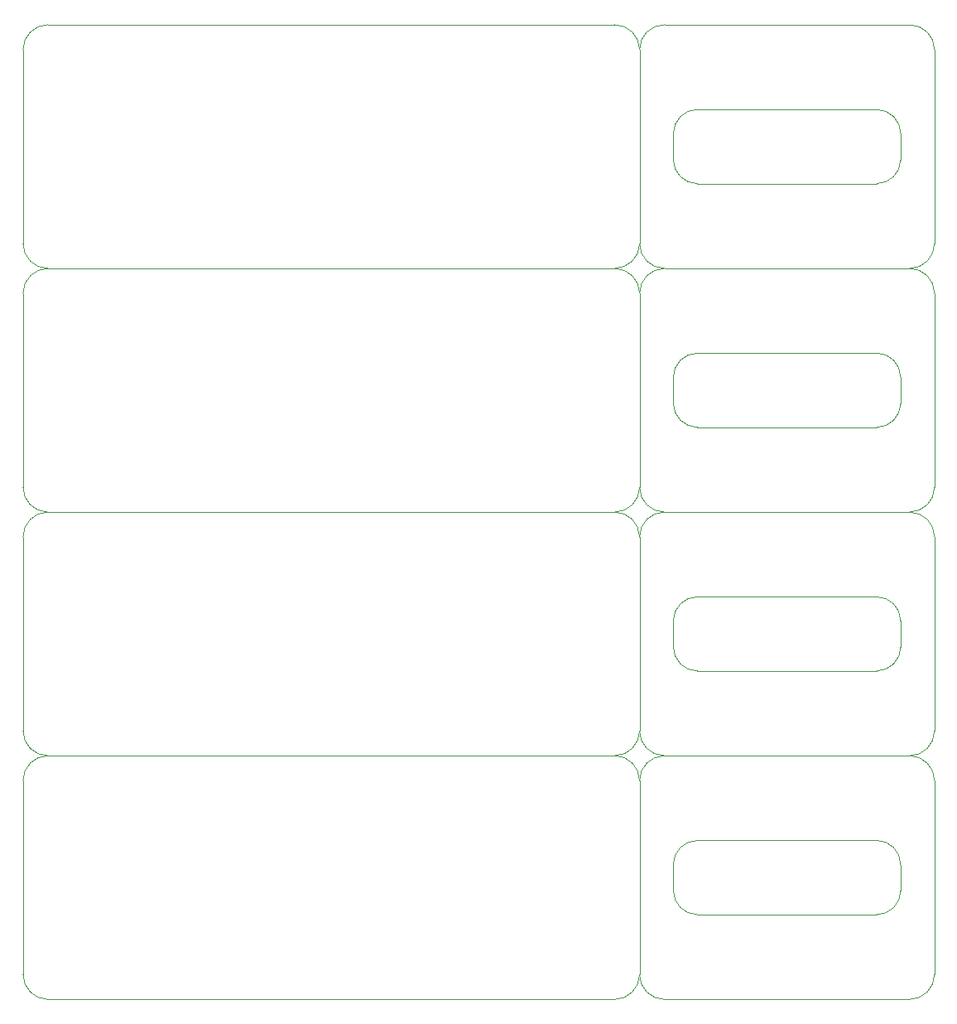
<source format=gm1>
G04 #@! TF.GenerationSoftware,KiCad,Pcbnew,(5.1.0)-1*
G04 #@! TF.CreationDate,2019-07-24T21:39:48-04:00*
G04 #@! TF.ProjectId,Panel,50616e65-6c2e-46b6-9963-61645f706362,rev?*
G04 #@! TF.SameCoordinates,Original*
G04 #@! TF.FileFunction,Profile,NP*
%FSLAX46Y46*%
G04 Gerber Fmt 4.6, Leading zero omitted, Abs format (unit mm)*
G04 Created by KiCad (PCBNEW (5.1.0)-1) date 2019-07-24 21:39:48*
%MOMM*%
%LPD*%
G04 APERTURE LIST*
%ADD10C,0.050000*%
G04 APERTURE END LIST*
D10*
X147425000Y-34390000D02*
G75*
G03X144885000Y-31850000I-2540000J0D01*
G01*
X147425000Y-53750000D02*
X147425000Y-34390000D01*
X177591200Y-34390000D02*
X177591200Y-54210000D01*
X174133100Y-42969470D02*
X174133100Y-45625530D01*
X177591200Y-34390000D02*
X177591200Y-54210000D01*
X174133100Y-42969470D02*
X174133100Y-45625530D01*
X150883100Y-45625530D02*
X150883100Y-42969470D01*
X150883100Y-45625530D02*
X150883100Y-42969470D01*
X175051200Y-31850000D02*
X149965000Y-31850000D01*
X153347570Y-48090000D02*
G75*
G02X150883100Y-45625530I0J2464470D01*
G01*
X144885000Y-56750000D02*
G75*
G03X147425000Y-54210000I0J2540000D01*
G01*
X153347570Y-48090000D02*
X171668630Y-48090000D01*
X147425000Y-54210000D02*
X147425000Y-53750000D01*
X149965000Y-31850000D02*
G75*
G03X147425000Y-34390000I0J-2540000D01*
G01*
X171668630Y-40505000D02*
G75*
G02X174133100Y-42969470I0J-2464470D01*
G01*
X153347570Y-48090000D02*
G75*
G02X150883100Y-45625530I0J2464470D01*
G01*
X144885000Y-56750000D02*
X86915000Y-56750000D01*
X153347570Y-48090000D02*
X171668630Y-48090000D01*
X175051200Y-56750000D02*
X149965000Y-56750000D01*
X84375000Y-53750000D02*
X84375000Y-34390000D01*
X84375000Y-54210000D02*
G75*
G03X86915000Y-56750000I2540000J0D01*
G01*
X86915000Y-31850000D02*
G75*
G03X84375000Y-34390000I0J-2540000D01*
G01*
X150883100Y-42969470D02*
G75*
G02X153347570Y-40505000I2464470J0D01*
G01*
X147425000Y-34390000D02*
G75*
G03X144885000Y-31850000I-2540000J0D01*
G01*
X84375000Y-54210000D02*
X84375000Y-53750000D01*
X177591200Y-34390000D02*
G75*
G03X175051200Y-31850000I-2540000J0D01*
G01*
X86915000Y-31850000D02*
G75*
G03X84375000Y-34390000I0J-2540000D01*
G01*
X147425000Y-34390000D02*
X147425000Y-54210000D01*
X84375000Y-53750000D02*
X84375000Y-34390000D01*
X84375000Y-54210000D02*
G75*
G03X86915000Y-56750000I2540000J0D01*
G01*
X177591200Y-34390000D02*
G75*
G03X175051200Y-31850000I-2540000J0D01*
G01*
X174133100Y-45625530D02*
G75*
G02X171668630Y-48090000I-2464470J0D01*
G01*
X147425000Y-34390000D02*
X147425000Y-54210000D01*
X86915000Y-31850000D02*
X144885000Y-31850000D01*
X144885000Y-56750000D02*
G75*
G03X147425000Y-54210000I0J2540000D01*
G01*
X175051200Y-31850000D02*
X149965000Y-31850000D01*
X175051200Y-56750000D02*
G75*
G03X177591200Y-54210000I0J2540000D01*
G01*
X147425000Y-54210000D02*
G75*
G03X149965000Y-56750000I2540000J0D01*
G01*
X150883100Y-42969470D02*
G75*
G02X153347570Y-40505000I2464470J0D01*
G01*
X174133100Y-45625530D02*
G75*
G02X171668630Y-48090000I-2464470J0D01*
G01*
X175051200Y-56750000D02*
G75*
G03X177591200Y-54210000I0J2540000D01*
G01*
X147425000Y-54210000D02*
X147425000Y-53750000D01*
X153347570Y-40505000D02*
X171668630Y-40505000D01*
X144885000Y-56750000D02*
X86915000Y-56750000D01*
X147425000Y-53750000D02*
X147425000Y-34390000D01*
X86915000Y-31850000D02*
X144885000Y-31850000D01*
X147425000Y-54210000D02*
G75*
G03X149965000Y-56750000I2540000J0D01*
G01*
X171668630Y-40505000D02*
G75*
G02X174133100Y-42969470I0J-2464470D01*
G01*
X153347570Y-40505000D02*
X171668630Y-40505000D01*
X84375000Y-54210000D02*
X84375000Y-53750000D01*
X175051200Y-56750000D02*
X149965000Y-56750000D01*
X149965000Y-31850000D02*
G75*
G03X147425000Y-34390000I0J-2540000D01*
G01*
X174133100Y-70525530D02*
G75*
G02X171668630Y-72990000I-2464470J0D01*
G01*
X147425000Y-79110000D02*
G75*
G03X149965000Y-81650000I2540000J0D01*
G01*
X150883100Y-67869470D02*
G75*
G02X153347570Y-65405000I2464470J0D01*
G01*
X175051200Y-81650000D02*
G75*
G03X177591200Y-79110000I0J2540000D01*
G01*
X177591200Y-59290000D02*
G75*
G03X175051200Y-56750000I-2540000J0D01*
G01*
X86915000Y-56750000D02*
G75*
G03X84375000Y-59290000I0J-2540000D01*
G01*
X147425000Y-59290000D02*
G75*
G03X144885000Y-56750000I-2540000J0D01*
G01*
X84375000Y-79110000D02*
X84375000Y-78650000D01*
X150883100Y-67869470D02*
G75*
G02X153347570Y-65405000I2464470J0D01*
G01*
X86915000Y-56750000D02*
X144885000Y-56750000D01*
X144885000Y-81650000D02*
G75*
G03X147425000Y-79110000I0J2540000D01*
G01*
X175051200Y-56750000D02*
X149965000Y-56750000D01*
X175051200Y-81650000D02*
G75*
G03X177591200Y-79110000I0J2540000D01*
G01*
X147425000Y-59290000D02*
X147425000Y-79110000D01*
X147425000Y-59290000D02*
X147425000Y-79110000D01*
X84375000Y-78650000D02*
X84375000Y-59290000D01*
X84375000Y-79110000D02*
G75*
G03X86915000Y-81650000I2540000J0D01*
G01*
X177591200Y-59290000D02*
G75*
G03X175051200Y-56750000I-2540000J0D01*
G01*
X174133100Y-70525530D02*
G75*
G02X171668630Y-72990000I-2464470J0D01*
G01*
X147425000Y-78650000D02*
X147425000Y-59290000D01*
X153347570Y-65405000D02*
X171668630Y-65405000D01*
X147425000Y-79110000D02*
G75*
G03X149965000Y-81650000I2540000J0D01*
G01*
X149965000Y-56750000D02*
G75*
G03X147425000Y-59290000I0J-2540000D01*
G01*
X147425000Y-79110000D02*
X147425000Y-78650000D01*
X175051200Y-81650000D02*
X149965000Y-81650000D01*
X171668630Y-65405000D02*
G75*
G02X174133100Y-67869470I0J-2464470D01*
G01*
X144885000Y-81650000D02*
X86915000Y-81650000D01*
X153347570Y-65405000D02*
X171668630Y-65405000D01*
X86915000Y-56750000D02*
X144885000Y-56750000D01*
X84375000Y-79110000D02*
X84375000Y-78650000D01*
X147425000Y-78650000D02*
X147425000Y-59290000D01*
X147425000Y-59290000D02*
G75*
G03X144885000Y-56750000I-2540000J0D01*
G01*
X177591200Y-59290000D02*
X177591200Y-79110000D01*
X174133100Y-67869470D02*
X174133100Y-70525530D01*
X153347570Y-72990000D02*
G75*
G02X150883100Y-70525530I0J2464470D01*
G01*
X175051200Y-56750000D02*
X149965000Y-56750000D01*
X144885000Y-81650000D02*
G75*
G03X147425000Y-79110000I0J2540000D01*
G01*
X150883100Y-70525530D02*
X150883100Y-67869470D01*
X153347570Y-72990000D02*
X171668630Y-72990000D01*
X147425000Y-79110000D02*
X147425000Y-78650000D01*
X171668630Y-65405000D02*
G75*
G02X174133100Y-67869470I0J-2464470D01*
G01*
X144885000Y-81650000D02*
X86915000Y-81650000D01*
X175051200Y-81650000D02*
X149965000Y-81650000D01*
X86915000Y-56750000D02*
G75*
G03X84375000Y-59290000I0J-2540000D01*
G01*
X84375000Y-78650000D02*
X84375000Y-59290000D01*
X84375000Y-79110000D02*
G75*
G03X86915000Y-81650000I2540000J0D01*
G01*
X149965000Y-56750000D02*
G75*
G03X147425000Y-59290000I0J-2540000D01*
G01*
X177591200Y-59290000D02*
X177591200Y-79110000D01*
X174133100Y-67869470D02*
X174133100Y-70525530D01*
X150883100Y-70525530D02*
X150883100Y-67869470D01*
X153347570Y-72990000D02*
G75*
G02X150883100Y-70525530I0J2464470D01*
G01*
X153347570Y-72990000D02*
X171668630Y-72990000D01*
X175051200Y-106550000D02*
X149965000Y-106550000D01*
X171668630Y-90305000D02*
G75*
G02X174133100Y-92769470I0J-2464470D01*
G01*
X149965000Y-81650000D02*
G75*
G03X147425000Y-84190000I0J-2540000D01*
G01*
X147425000Y-104010000D02*
X147425000Y-103550000D01*
X144885000Y-106550000D02*
X86915000Y-106550000D01*
X147425000Y-103550000D02*
X147425000Y-84190000D01*
X153347570Y-90305000D02*
X171668630Y-90305000D01*
X147425000Y-104010000D02*
G75*
G03X149965000Y-106550000I2540000J0D01*
G01*
X177591200Y-84190000D02*
G75*
G03X175051200Y-81650000I-2540000J0D01*
G01*
X174133100Y-95425530D02*
G75*
G02X171668630Y-97890000I-2464470J0D01*
G01*
X177591200Y-84190000D02*
X177591200Y-104010000D01*
X174133100Y-92769470D02*
X174133100Y-95425530D01*
X153347570Y-97890000D02*
G75*
G02X150883100Y-95425530I0J2464470D01*
G01*
X153347570Y-97890000D02*
X171668630Y-97890000D01*
X150883100Y-95425530D02*
X150883100Y-92769470D01*
X150883100Y-92769470D02*
G75*
G02X153347570Y-90305000I2464470J0D01*
G01*
X175051200Y-106550000D02*
G75*
G03X177591200Y-104010000I0J2540000D01*
G01*
X174133100Y-95425530D02*
G75*
G02X171668630Y-97890000I-2464470J0D01*
G01*
X177591200Y-84190000D02*
G75*
G03X175051200Y-81650000I-2540000J0D01*
G01*
X147425000Y-104010000D02*
G75*
G03X149965000Y-106550000I2540000J0D01*
G01*
X147425000Y-103550000D02*
X147425000Y-84190000D01*
X153347570Y-90305000D02*
X171668630Y-90305000D01*
X147425000Y-84190000D02*
G75*
G03X144885000Y-81650000I-2540000J0D01*
G01*
X86915000Y-81650000D02*
X144885000Y-81650000D01*
X84375000Y-104010000D02*
X84375000Y-103550000D01*
X86915000Y-81650000D02*
G75*
G03X84375000Y-84190000I0J-2540000D01*
G01*
X84375000Y-103550000D02*
X84375000Y-84190000D01*
X84375000Y-104010000D02*
G75*
G03X86915000Y-106550000I2540000J0D01*
G01*
X149965000Y-81650000D02*
G75*
G03X147425000Y-84190000I0J-2540000D01*
G01*
X175051200Y-106550000D02*
X149965000Y-106550000D01*
X171668630Y-90305000D02*
G75*
G02X174133100Y-92769470I0J-2464470D01*
G01*
X147425000Y-104010000D02*
X147425000Y-103550000D01*
X144885000Y-106550000D02*
X86915000Y-106550000D01*
X150883100Y-95425530D02*
X150883100Y-92769470D01*
X153347570Y-97890000D02*
X171668630Y-97890000D01*
X174133100Y-92769470D02*
X174133100Y-95425530D01*
X153347570Y-97890000D02*
G75*
G02X150883100Y-95425530I0J2464470D01*
G01*
X177591200Y-84190000D02*
X177591200Y-104010000D01*
X175051200Y-81650000D02*
X149965000Y-81650000D01*
X144885000Y-106550000D02*
G75*
G03X147425000Y-104010000I0J2540000D01*
G01*
X150883100Y-92769470D02*
G75*
G02X153347570Y-90305000I2464470J0D01*
G01*
X175051200Y-81650000D02*
X149965000Y-81650000D01*
X175051200Y-106550000D02*
G75*
G03X177591200Y-104010000I0J2540000D01*
G01*
X147425000Y-84190000D02*
X147425000Y-104010000D01*
X147425000Y-84190000D02*
X147425000Y-104010000D01*
X144885000Y-106550000D02*
G75*
G03X147425000Y-104010000I0J2540000D01*
G01*
X84375000Y-103550000D02*
X84375000Y-84190000D01*
X84375000Y-104010000D02*
X84375000Y-103550000D01*
X147425000Y-84190000D02*
G75*
G03X144885000Y-81650000I-2540000J0D01*
G01*
X84375000Y-104010000D02*
G75*
G03X86915000Y-106550000I2540000J0D01*
G01*
X86915000Y-81650000D02*
X144885000Y-81650000D01*
X86915000Y-81650000D02*
G75*
G03X84375000Y-84190000I0J-2540000D01*
G01*
X175051200Y-131450000D02*
X149965000Y-131450000D01*
X171668630Y-115205000D02*
G75*
G02X174133100Y-117669470I0J-2464470D01*
G01*
X149965000Y-106550000D02*
G75*
G03X147425000Y-109090000I0J-2540000D01*
G01*
X147425000Y-128910000D02*
X147425000Y-128450000D01*
X144885000Y-131450000D02*
X86915000Y-131450000D01*
X147425000Y-128450000D02*
X147425000Y-109090000D01*
X153347570Y-115205000D02*
X171668630Y-115205000D01*
X147425000Y-128910000D02*
G75*
G03X149965000Y-131450000I2540000J0D01*
G01*
X177591200Y-109090000D02*
G75*
G03X175051200Y-106550000I-2540000J0D01*
G01*
X174133100Y-120325530D02*
G75*
G02X171668630Y-122790000I-2464470J0D01*
G01*
X177591200Y-109090000D02*
X177591200Y-128910000D01*
X174133100Y-117669470D02*
X174133100Y-120325530D01*
X153347570Y-122790000D02*
G75*
G02X150883100Y-120325530I0J2464470D01*
G01*
X153347570Y-122790000D02*
X171668630Y-122790000D01*
X150883100Y-120325530D02*
X150883100Y-117669470D01*
X150883100Y-117669470D02*
G75*
G02X153347570Y-115205000I2464470J0D01*
G01*
X175051200Y-131450000D02*
G75*
G03X177591200Y-128910000I0J2540000D01*
G01*
X175051200Y-106550000D02*
X149965000Y-106550000D01*
X147425000Y-109090000D02*
X147425000Y-128910000D01*
X144885000Y-131450000D02*
G75*
G03X147425000Y-128910000I0J2540000D01*
G01*
X84375000Y-128450000D02*
X84375000Y-109090000D01*
X84375000Y-128910000D02*
X84375000Y-128450000D01*
X147425000Y-109090000D02*
G75*
G03X144885000Y-106550000I-2540000J0D01*
G01*
X84375000Y-128910000D02*
G75*
G03X86915000Y-131450000I2540000J0D01*
G01*
X86915000Y-106550000D02*
X144885000Y-106550000D01*
X86915000Y-106550000D02*
G75*
G03X84375000Y-109090000I0J-2540000D01*
G01*
X147425000Y-109090000D02*
X147425000Y-128910000D01*
X86915000Y-106550000D02*
X144885000Y-106550000D01*
X84375000Y-128450000D02*
X84375000Y-109090000D01*
X86915000Y-106550000D02*
G75*
G03X84375000Y-109090000I0J-2540000D01*
G01*
X147425000Y-109090000D02*
G75*
G03X144885000Y-106550000I-2540000J0D01*
G01*
X144885000Y-131450000D02*
G75*
G03X147425000Y-128910000I0J2540000D01*
G01*
X84375000Y-128910000D02*
G75*
G03X86915000Y-131450000I2540000J0D01*
G01*
X84375000Y-128910000D02*
X84375000Y-128450000D01*
X144885000Y-131450000D02*
X86915000Y-131450000D01*
X153347570Y-122790000D02*
G75*
G02X150883100Y-120325530I0J2464470D01*
G01*
X174133100Y-120325530D02*
G75*
G02X171668630Y-122790000I-2464470J0D01*
G01*
X171668630Y-115205000D02*
G75*
G02X174133100Y-117669470I0J-2464470D01*
G01*
X150883100Y-117669470D02*
G75*
G02X153347570Y-115205000I2464470J0D01*
G01*
X174133100Y-117669470D02*
X174133100Y-120325530D01*
X150883100Y-120325530D02*
X150883100Y-117669470D01*
X153347570Y-122790000D02*
X171668630Y-122790000D01*
X153347570Y-115205000D02*
X171668630Y-115205000D01*
X177591200Y-109090000D02*
X177591200Y-128910000D01*
X147425000Y-128450000D02*
X147425000Y-109090000D01*
X149965000Y-106550000D02*
G75*
G03X147425000Y-109090000I0J-2540000D01*
G01*
X177591200Y-109090000D02*
G75*
G03X175051200Y-106550000I-2540000J0D01*
G01*
X175051200Y-131450000D02*
G75*
G03X177591200Y-128910000I0J2540000D01*
G01*
X147425000Y-128910000D02*
G75*
G03X149965000Y-131450000I2540000J0D01*
G01*
X147425000Y-128910000D02*
X147425000Y-128450000D01*
X175051200Y-131450000D02*
X149965000Y-131450000D01*
X175051200Y-106550000D02*
X149965000Y-106550000D01*
M02*

</source>
